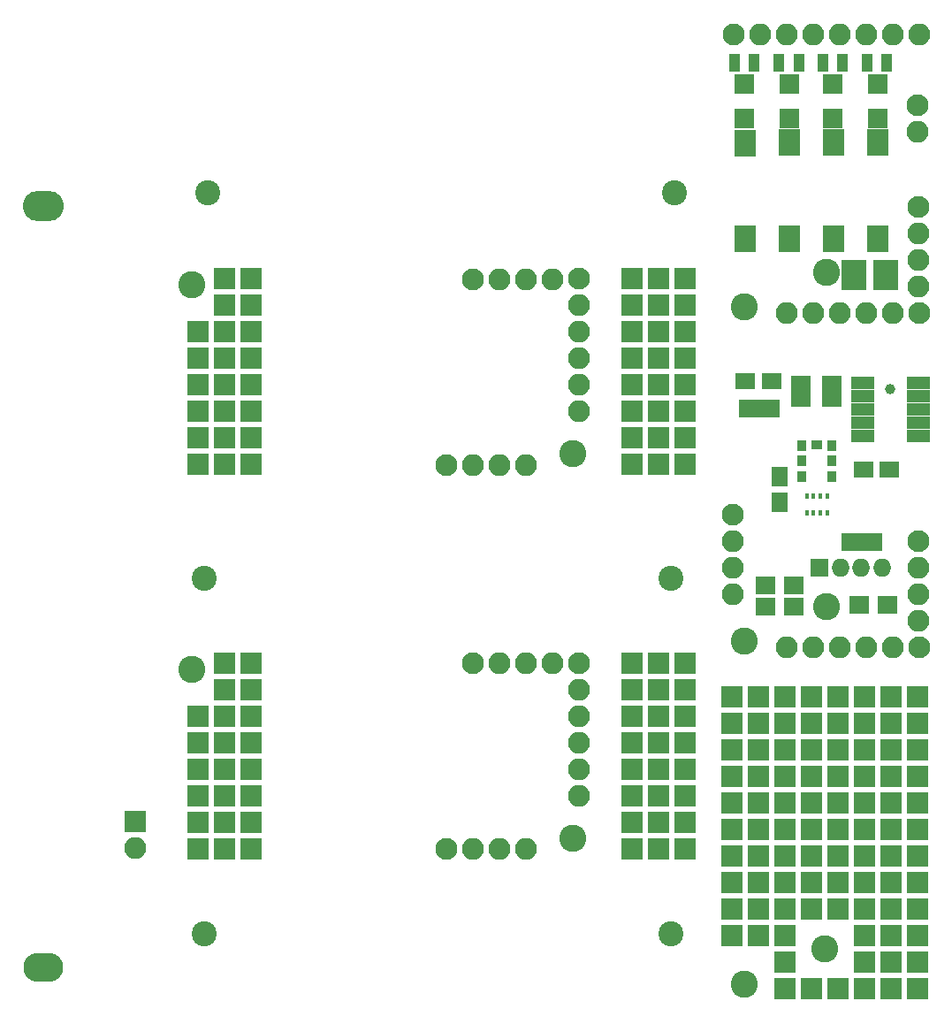
<source format=gts>
%MOIN*%
%OFA0B0*%
%FSLAX46Y46*%
%IPPOS*%
%LPD*%
%ADD10C,0.0039370078740157488*%
%ADD11R,0.082677165354330714X0.082677165354330714*%
%ADD12C,0.10236220472440946*%
%ADD23C,0.0039370078740157488*%
%ADD24C,0.082677165354330714*%
%ADD25O,0.082677165354330714X0.082677165354330714*%
%ADD26C,0.10236220472440946*%
%ADD27R,0.07874015748031496X0.10157480314960631*%
%ADD28R,0.092519685039370081X0.1141732283464567*%
%ADD29R,0.074803149606299218X0.074803149606299218*%
%ADD30R,0.043307086614173235X0.066929133858267723*%
%ADD41C,0.0039370078740157488*%
%ADD42O,0.1141732283464567X0.1141732283464567*%
%ADD43O,0.11023622047244094X0.11023622047244094*%
%ADD44R,0.082677165354330714X0.082677165354330714*%
%ADD45O,0.082677165354330714X0.082677165354330714*%
%ADD56C,0.0039370078740157488*%
%ADD57C,0.10236220472440946*%
%ADD58R,0.082677165354330714X0.082677165354330714*%
%ADD59C,0.082677165354330714*%
%ADD60O,0.082677165354330714X0.082677165354330714*%
%ADD61C,0.094488188976377951*%
%ADD72C,0.0039370078740157488*%
%ADD73C,0.10236220472440946*%
%ADD74R,0.082677165354330714X0.082677165354330714*%
%ADD75C,0.082677165354330714*%
%ADD76O,0.082677165354330714X0.082677165354330714*%
%ADD77C,0.094488188976377951*%
%ADD88C,0.0039370078740157488*%
%ADD89C,0.082677165354330714*%
%ADD90O,0.082677165354330714X0.082677165354330714*%
%ADD91C,0.10236220472440946*%
%ADD92R,0.074803149606299218X0.064960629921259838*%
%ADD93R,0.064960629921259838X0.074803149606299218*%
%ADD94R,0.053937007874015758X0.065748031496063*%
%ADD95R,0.074803149606299218X0.066929133858267723*%
%ADD96C,0.03937007874015748*%
%ADD97R,0.086614173228346469X0.047244094488188976*%
%ADD98R,0.074803149606299218X0.043307086614173235*%
%ADD99R,0.035433070866141732X0.03937007874015748*%
%ADD100R,0.03937007874015748X0.035433070866141732*%
%ADD101R,0.068897637795275593X0.068897637795275593*%
%ADD102O,0.068897637795275593X0.068897637795275593*%
%ADD103R,0.017716535433070866X0.023622047244094488*%
%LPD*%
G01*
D10*
D11*
X-0002165354Y0005511811D02*
X0003684645Y0001161811D03*
X0003584645Y0001161811D03*
X0003684645Y0001061811D03*
X0003584645Y0001061811D03*
D12*
X0003031496Y0000078740D03*
X0003334645Y0000211810D03*
D11*
X0002984645Y0001161811D03*
X0003084645Y0001161811D03*
X0003184645Y0001161811D03*
X0003284645Y0001161811D03*
X0003384645Y0001161811D03*
X0003484645Y0001161811D03*
X0002984645Y0001061811D03*
X0003084645Y0001061811D03*
X0003184645Y0001061811D03*
X0003284645Y0001061811D03*
X0003384645Y0001061811D03*
X0003484645Y0001061811D03*
X0002984645Y0000961810D03*
X0003084645Y0000961810D03*
X0003184645Y0000961810D03*
X0003284645Y0000961810D03*
X0003384645Y0000961810D03*
X0003484645Y0000961810D03*
X0003584645Y0000961810D03*
X0003684645Y0000961810D03*
X0002984645Y0000861810D03*
X0003084645Y0000861810D03*
X0003184645Y0000861810D03*
X0003284645Y0000861810D03*
X0003384645Y0000861810D03*
X0003484645Y0000861810D03*
X0003584645Y0000861810D03*
X0003684645Y0000861810D03*
X0002984645Y0000761810D03*
X0003084645Y0000761810D03*
X0003184645Y0000761810D03*
X0003284645Y0000761810D03*
X0003384645Y0000761810D03*
X0003484645Y0000761810D03*
X0003584645Y0000761810D03*
X0003684645Y0000761810D03*
X0002984645Y0000661811D03*
X0003084645Y0000661811D03*
X0003184645Y0000661811D03*
X0003284645Y0000661811D03*
X0003384645Y0000661811D03*
X0003484645Y0000661811D03*
X0003584645Y0000661811D03*
X0003684645Y0000661811D03*
X0002984645Y0000561810D03*
X0003084645Y0000561810D03*
X0003184645Y0000561810D03*
X0003284645Y0000561810D03*
X0003384645Y0000561810D03*
X0003484645Y0000561810D03*
X0003584645Y0000561810D03*
X0003684645Y0000561810D03*
X0002984645Y0000461809D03*
X0003084645Y0000461809D03*
X0003184645Y0000461809D03*
X0003284645Y0000461809D03*
X0003384645Y0000461809D03*
X0003484645Y0000461809D03*
X0003584645Y0000461809D03*
X0003684645Y0000461809D03*
X0002984645Y0000361810D03*
X0003084645Y0000361810D03*
X0003184645Y0000361810D03*
X0003284645Y0000361810D03*
X0003384645Y0000361810D03*
X0003484645Y0000361810D03*
X0003584645Y0000361810D03*
X0003684645Y0000361810D03*
X0002984645Y0000261811D03*
X0003084645Y0000261811D03*
X0003184645Y0000261811D03*
X0003484645Y0000261811D03*
X0003584645Y0000261811D03*
X0003684645Y0000261811D03*
X0003184645Y0000161811D03*
X0003484645Y0000161811D03*
X0003584645Y0000161811D03*
X0003684645Y0000161811D03*
X0003184645Y0000061810D03*
X0003284645Y0000061810D03*
X0003384645Y0000061810D03*
X0003484645Y0000061810D03*
X0003584645Y0000061810D03*
X0003684645Y0000061810D03*
G01*
D23*
D24*
X-0003740157Y0007480314D02*
X0003684842Y0003390314D03*
D25*
X0003684842Y0003290314D03*
D24*
X0002989842Y0003657314D03*
D25*
X0003089842Y0003657314D03*
X0003189842Y0003657314D03*
X0003289842Y0003657314D03*
X0003389842Y0003657314D03*
X0003489842Y0003657314D03*
X0003589842Y0003657314D03*
X0003689842Y0003657314D03*
D24*
X0003687341Y0003007814D03*
D25*
X0003687341Y0002907814D03*
X0003687341Y0002807814D03*
X0003687341Y0002707814D03*
D24*
X0003689842Y0002607813D03*
D25*
X0003589842Y0002607813D03*
X0003489842Y0002607813D03*
X0003389842Y0002607813D03*
X0003289842Y0002607813D03*
X0003189842Y0002607813D03*
D26*
X0003029842Y0002630314D03*
X0003339842Y0002760313D03*
D27*
X0003035842Y0002888606D03*
X0003035842Y0003250023D03*
X0003200842Y0002889606D03*
X0003200842Y0003251023D03*
X0003366842Y0002889606D03*
X0003366842Y0003251023D03*
X0003533842Y0002889606D03*
X0003533842Y0003251023D03*
D28*
X0003443803Y0002751314D03*
X0003563881Y0002751314D03*
D29*
X0003031842Y0003473274D03*
X0003031842Y0003343354D03*
D30*
X0002994440Y0003551314D03*
X0003069244Y0003551314D03*
D29*
X0003199842Y0003473274D03*
X0003199842Y0003343354D03*
X0003365842Y0003473274D03*
X0003365842Y0003343354D03*
X0003533842Y0003473274D03*
X0003533842Y0003343354D03*
D30*
X0003237244Y0003551314D03*
X0003162440Y0003551314D03*
X0003402244Y0003550314D03*
X0003327440Y0003550314D03*
X0003569243Y0003551314D03*
X0003494440Y0003551314D03*
G04 next file*
%LPD*%
G01*
D41*
D42*
X-0006692913Y0004921259D02*
X0000406771Y0003011299D03*
X0000367401Y0003011299D03*
D43*
X0000367401Y0000141220D03*
X0000406771Y0000141220D03*
X0000387086Y0000141220D03*
D42*
X0000387086Y0003011299D03*
D44*
X0000734586Y0000691259D03*
D45*
X0000734586Y0000591259D03*
G01*
D56*
D57*
X-0002465984Y-0006139999D02*
X0000949015Y0001265000D03*
D58*
X0001171515Y0000590000D03*
X0001171515Y0000689999D03*
X0001171515Y0000790000D03*
X0001171515Y0000890000D03*
X0001171515Y0000990000D03*
X0001171515Y0001090000D03*
X0001171515Y0001190000D03*
X0001171515Y0001290000D03*
X0001071515Y0000590000D03*
X0001071515Y0000689999D03*
X0001071515Y0000790000D03*
X0001071515Y0000890000D03*
X0001071515Y0000990000D03*
X0001071515Y0001090000D03*
X0001071515Y0001190000D03*
X0001071515Y0001290000D03*
X0000971515Y0000590000D03*
X0000971515Y0000689999D03*
X0000971515Y0000790000D03*
X0000971515Y0000890000D03*
X0000971515Y0000990000D03*
X0000971515Y0001090000D03*
X0002609015Y0000590000D03*
X0002609015Y0000689999D03*
X0002609015Y0000790000D03*
X0002609015Y0000890000D03*
X0002609015Y0000990000D03*
X0002609015Y0001090000D03*
X0002609015Y0001190000D03*
X0002609015Y0001290000D03*
X0002709014Y0000590000D03*
X0002709014Y0000689999D03*
X0002709014Y0000790000D03*
X0002709014Y0000890000D03*
X0002709014Y0000990000D03*
X0002709014Y0001090000D03*
X0002709014Y0001190000D03*
X0002709014Y0001290000D03*
X0002809015Y0000590000D03*
X0002809015Y0000689999D03*
X0002809015Y0000790000D03*
X0002809015Y0000890000D03*
X0002809015Y0000990000D03*
X0002809015Y0001090000D03*
X0002809015Y0001190000D03*
X0002809015Y0001290000D03*
D59*
X0001906515Y0000587500D03*
D60*
X0002006514Y0000587500D03*
X0002106515Y0000587500D03*
X0002206515Y0000587500D03*
D59*
X0002006514Y0001287500D03*
D60*
X0002106515Y0001287500D03*
X0002206515Y0001287500D03*
X0002306515Y0001287500D03*
D59*
X0002406515Y0001290000D03*
D60*
X0002406515Y0001190000D03*
X0002406515Y0001090000D03*
X0002406515Y0000990000D03*
X0002406515Y0000890000D03*
X0002406515Y0000790000D03*
D57*
X0002384015Y0000630000D03*
D61*
X0000994094Y0001610000D03*
X0002753935Y0001610000D03*
X0002753935Y0000270000D03*
X0000994094Y0000270000D03*
G04 next file*
G01*
D72*
D73*
X-0002465984Y-0004691496D02*
X0000949015Y0002713503D03*
D74*
X0001171515Y0002038503D03*
X0001171515Y0002138503D03*
X0001171515Y0002238503D03*
X0001171515Y0002338503D03*
X0001171515Y0002438503D03*
X0001171515Y0002538503D03*
X0001171515Y0002638503D03*
X0001171515Y0002738503D03*
X0001071515Y0002038503D03*
X0001071515Y0002138503D03*
X0001071515Y0002238503D03*
X0001071515Y0002338503D03*
X0001071515Y0002438503D03*
X0001071515Y0002538503D03*
X0001071515Y0002638503D03*
X0001071515Y0002738503D03*
X0000971515Y0002038503D03*
X0000971515Y0002138503D03*
X0000971515Y0002238503D03*
X0000971515Y0002338503D03*
X0000971515Y0002438503D03*
X0000971515Y0002538503D03*
X0002609015Y0002038503D03*
X0002609015Y0002138503D03*
X0002609015Y0002238503D03*
X0002609015Y0002338503D03*
X0002609015Y0002438503D03*
X0002609015Y0002538503D03*
X0002609015Y0002638503D03*
X0002609015Y0002738503D03*
X0002709014Y0002038503D03*
X0002709014Y0002138503D03*
X0002709014Y0002238503D03*
X0002709014Y0002338503D03*
X0002709014Y0002438503D03*
X0002709014Y0002538503D03*
X0002709014Y0002638503D03*
X0002709014Y0002738503D03*
X0002809015Y0002038503D03*
X0002809015Y0002138503D03*
X0002809015Y0002238503D03*
X0002809015Y0002338503D03*
X0002809015Y0002438503D03*
X0002809015Y0002538503D03*
X0002809015Y0002638503D03*
X0002809015Y0002738503D03*
D75*
X0001906515Y0002036003D03*
D76*
X0002006514Y0002036003D03*
X0002106515Y0002036003D03*
X0002206515Y0002036003D03*
D75*
X0002006514Y0002736002D03*
D76*
X0002106515Y0002736002D03*
X0002206515Y0002736002D03*
X0002306515Y0002736002D03*
D75*
X0002406515Y0002738503D03*
D76*
X0002406515Y0002638503D03*
X0002406515Y0002538503D03*
X0002406515Y0002438503D03*
X0002406515Y0002338503D03*
X0002406515Y0002238503D03*
D73*
X0002384015Y0002078503D03*
D77*
X0001009093Y0003061003D03*
X0002768936Y0003061003D03*
G04 next file*
G04 #@! TF.FileFunction,Soldermask,Top*
G04 Gerber Fmt 4.6, Leading zero omitted, Abs format (unit mm)*
G04 Created by KiCad (PCBNEW 4.0.2-stable) date 05.09.2017 20:59:44*
G01*
G04 APERTURE LIST*
G04 APERTURE END LIST*
D88*
D89*
X-0003740157Y0006220472D02*
X0002987342Y0001847972D03*
D90*
X0002987342Y0001747972D03*
X0002987342Y0001647972D03*
X0002987342Y0001547972D03*
D89*
X0003687341Y0001747972D03*
D90*
X0003687341Y0001647972D03*
X0003687341Y0001547972D03*
X0003687341Y0001447972D03*
D89*
X0003689842Y0001347972D03*
D90*
X0003589842Y0001347972D03*
X0003489842Y0001347972D03*
X0003389842Y0001347972D03*
X0003289842Y0001347972D03*
X0003189842Y0001347972D03*
D91*
X0003029842Y0001370472D03*
D92*
X0003134055Y0002352972D03*
X0003035629Y0002352972D03*
D93*
X0003164842Y0001992185D03*
X0003164842Y0001893759D03*
D94*
X0003424841Y0001745472D03*
X0003474842Y0001745472D03*
X0003524842Y0001745472D03*
X0003137342Y0002247972D03*
X0003087342Y0002247972D03*
X0003037342Y0002247972D03*
D95*
X0003111692Y0001582972D03*
X0003217992Y0001582972D03*
X0003111692Y0001500472D03*
X0003217992Y0001500472D03*
D96*
X0003582677Y0002322834D03*
D97*
X0003478740Y0002244094D03*
X0003478740Y0002294094D03*
X0003478740Y0002344094D03*
X0003478740Y0002194094D03*
X0003478740Y0002144094D03*
X0003686614Y0002244094D03*
X0003686614Y0002294094D03*
X0003686614Y0002344094D03*
X0003686614Y0002194094D03*
X0003686614Y0002144094D03*
D98*
X0003243287Y0002275570D03*
X0003243287Y0002312972D03*
X0003243287Y0002350374D03*
X0003361397Y0002350374D03*
X0003361397Y0002312972D03*
X0003361397Y0002275570D03*
D91*
X0003339842Y0001500472D03*
D99*
X0003247755Y0002109527D03*
X0003247755Y0002050472D03*
X0003247755Y0001991417D03*
X0003361929Y0001991417D03*
X0003361929Y0002050472D03*
X0003361929Y0002109527D03*
D100*
X0003304842Y0002111496D03*
D101*
X0003314841Y0001647972D03*
D102*
X0003393582Y0001647972D03*
X0003472322Y0001647972D03*
X0003551062Y0001647972D03*
D92*
X0003480629Y0002017971D03*
X0003579055Y0002017971D03*
D103*
X0003266456Y0001919467D03*
X0003292046Y0001919467D03*
X0003317637Y0001919467D03*
X0003343228Y0001919467D03*
X0003266456Y0001856476D03*
X0003292046Y0001856476D03*
X0003317637Y0001856476D03*
X0003343228Y0001856476D03*
D95*
X0003570592Y0001509272D03*
X0003464292Y0001509272D03*
M02*
</source>
